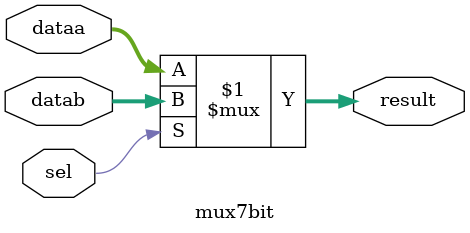
<source format=v>



module mux7bit(
    input sel,             // 선택 신호
    input [7:0] dataa,     // 입력 데이터 A
    input [7:0] datab,     // 입력 데이터 B
    output [7:0] result    // 출력 데이터
);

    assign result = (sel) ? datab : dataa; 

endmodule

</source>
